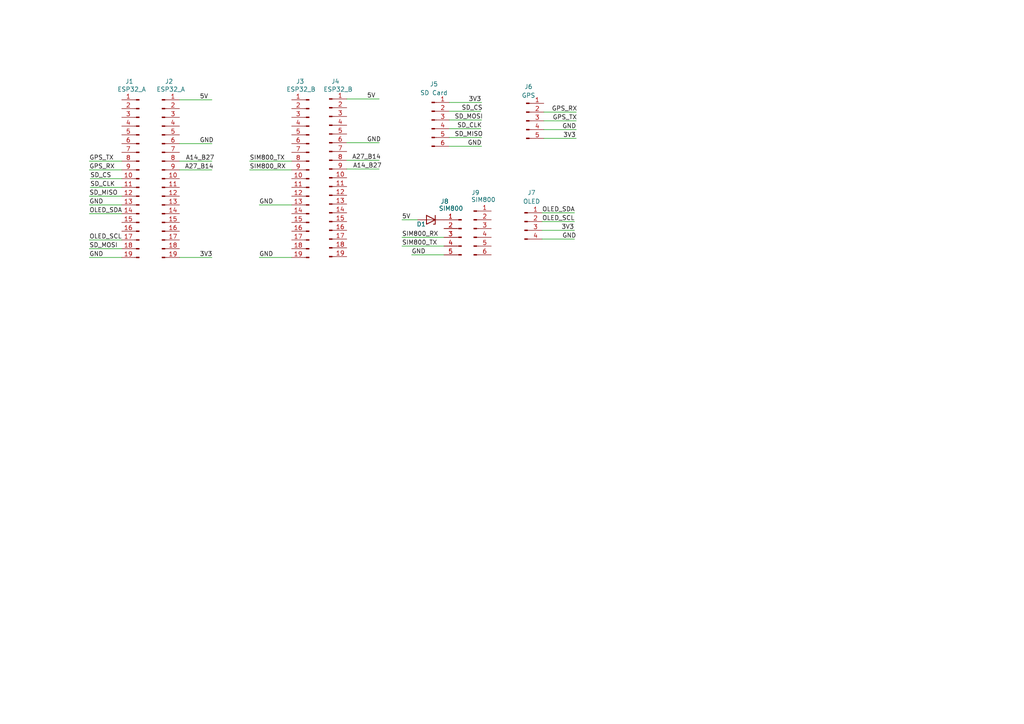
<source format=kicad_sch>
(kicad_sch (version 20211123) (generator eeschema)

  (uuid 1366aedb-5e96-4934-b321-42dfdcd3c9df)

  (paper "A4")

  (lib_symbols
    (symbol "Connector:Conn_01x04_Male" (pin_names (offset 1.016) hide) (in_bom yes) (on_board yes)
      (property "Reference" "J" (id 0) (at 0 5.08 0)
        (effects (font (size 1.27 1.27)))
      )
      (property "Value" "Conn_01x04_Male" (id 1) (at 0 -7.62 0)
        (effects (font (size 1.27 1.27)))
      )
      (property "Footprint" "" (id 2) (at 0 0 0)
        (effects (font (size 1.27 1.27)) hide)
      )
      (property "Datasheet" "~" (id 3) (at 0 0 0)
        (effects (font (size 1.27 1.27)) hide)
      )
      (property "ki_keywords" "connector" (id 4) (at 0 0 0)
        (effects (font (size 1.27 1.27)) hide)
      )
      (property "ki_description" "Generic connector, single row, 01x04, script generated (kicad-library-utils/schlib/autogen/connector/)" (id 5) (at 0 0 0)
        (effects (font (size 1.27 1.27)) hide)
      )
      (property "ki_fp_filters" "Connector*:*_1x??_*" (id 6) (at 0 0 0)
        (effects (font (size 1.27 1.27)) hide)
      )
      (symbol "Conn_01x04_Male_1_1"
        (polyline
          (pts
            (xy 1.27 -5.08)
            (xy 0.8636 -5.08)
          )
          (stroke (width 0.1524) (type default) (color 0 0 0 0))
          (fill (type none))
        )
        (polyline
          (pts
            (xy 1.27 -2.54)
            (xy 0.8636 -2.54)
          )
          (stroke (width 0.1524) (type default) (color 0 0 0 0))
          (fill (type none))
        )
        (polyline
          (pts
            (xy 1.27 0)
            (xy 0.8636 0)
          )
          (stroke (width 0.1524) (type default) (color 0 0 0 0))
          (fill (type none))
        )
        (polyline
          (pts
            (xy 1.27 2.54)
            (xy 0.8636 2.54)
          )
          (stroke (width 0.1524) (type default) (color 0 0 0 0))
          (fill (type none))
        )
        (rectangle (start 0.8636 -4.953) (end 0 -5.207)
          (stroke (width 0.1524) (type default) (color 0 0 0 0))
          (fill (type outline))
        )
        (rectangle (start 0.8636 -2.413) (end 0 -2.667)
          (stroke (width 0.1524) (type default) (color 0 0 0 0))
          (fill (type outline))
        )
        (rectangle (start 0.8636 0.127) (end 0 -0.127)
          (stroke (width 0.1524) (type default) (color 0 0 0 0))
          (fill (type outline))
        )
        (rectangle (start 0.8636 2.667) (end 0 2.413)
          (stroke (width 0.1524) (type default) (color 0 0 0 0))
          (fill (type outline))
        )
        (pin passive line (at 5.08 2.54 180) (length 3.81)
          (name "Pin_1" (effects (font (size 1.27 1.27))))
          (number "1" (effects (font (size 1.27 1.27))))
        )
        (pin passive line (at 5.08 0 180) (length 3.81)
          (name "Pin_2" (effects (font (size 1.27 1.27))))
          (number "2" (effects (font (size 1.27 1.27))))
        )
        (pin passive line (at 5.08 -2.54 180) (length 3.81)
          (name "Pin_3" (effects (font (size 1.27 1.27))))
          (number "3" (effects (font (size 1.27 1.27))))
        )
        (pin passive line (at 5.08 -5.08 180) (length 3.81)
          (name "Pin_4" (effects (font (size 1.27 1.27))))
          (number "4" (effects (font (size 1.27 1.27))))
        )
      )
    )
    (symbol "Connector:Conn_01x05_Male" (pin_names (offset 1.016) hide) (in_bom yes) (on_board yes)
      (property "Reference" "J" (id 0) (at 0 7.62 0)
        (effects (font (size 1.27 1.27)))
      )
      (property "Value" "Conn_01x05_Male" (id 1) (at 0 -7.62 0)
        (effects (font (size 1.27 1.27)))
      )
      (property "Footprint" "" (id 2) (at 0 0 0)
        (effects (font (size 1.27 1.27)) hide)
      )
      (property "Datasheet" "~" (id 3) (at 0 0 0)
        (effects (font (size 1.27 1.27)) hide)
      )
      (property "ki_keywords" "connector" (id 4) (at 0 0 0)
        (effects (font (size 1.27 1.27)) hide)
      )
      (property "ki_description" "Generic connector, single row, 01x05, script generated (kicad-library-utils/schlib/autogen/connector/)" (id 5) (at 0 0 0)
        (effects (font (size 1.27 1.27)) hide)
      )
      (property "ki_fp_filters" "Connector*:*_1x??_*" (id 6) (at 0 0 0)
        (effects (font (size 1.27 1.27)) hide)
      )
      (symbol "Conn_01x05_Male_1_1"
        (polyline
          (pts
            (xy 1.27 -5.08)
            (xy 0.8636 -5.08)
          )
          (stroke (width 0.1524) (type default) (color 0 0 0 0))
          (fill (type none))
        )
        (polyline
          (pts
            (xy 1.27 -2.54)
            (xy 0.8636 -2.54)
          )
          (stroke (width 0.1524) (type default) (color 0 0 0 0))
          (fill (type none))
        )
        (polyline
          (pts
            (xy 1.27 0)
            (xy 0.8636 0)
          )
          (stroke (width 0.1524) (type default) (color 0 0 0 0))
          (fill (type none))
        )
        (polyline
          (pts
            (xy 1.27 2.54)
            (xy 0.8636 2.54)
          )
          (stroke (width 0.1524) (type default) (color 0 0 0 0))
          (fill (type none))
        )
        (polyline
          (pts
            (xy 1.27 5.08)
            (xy 0.8636 5.08)
          )
          (stroke (width 0.1524) (type default) (color 0 0 0 0))
          (fill (type none))
        )
        (rectangle (start 0.8636 -4.953) (end 0 -5.207)
          (stroke (width 0.1524) (type default) (color 0 0 0 0))
          (fill (type outline))
        )
        (rectangle (start 0.8636 -2.413) (end 0 -2.667)
          (stroke (width 0.1524) (type default) (color 0 0 0 0))
          (fill (type outline))
        )
        (rectangle (start 0.8636 0.127) (end 0 -0.127)
          (stroke (width 0.1524) (type default) (color 0 0 0 0))
          (fill (type outline))
        )
        (rectangle (start 0.8636 2.667) (end 0 2.413)
          (stroke (width 0.1524) (type default) (color 0 0 0 0))
          (fill (type outline))
        )
        (rectangle (start 0.8636 5.207) (end 0 4.953)
          (stroke (width 0.1524) (type default) (color 0 0 0 0))
          (fill (type outline))
        )
        (pin passive line (at 5.08 5.08 180) (length 3.81)
          (name "Pin_1" (effects (font (size 1.27 1.27))))
          (number "1" (effects (font (size 1.27 1.27))))
        )
        (pin passive line (at 5.08 2.54 180) (length 3.81)
          (name "Pin_2" (effects (font (size 1.27 1.27))))
          (number "2" (effects (font (size 1.27 1.27))))
        )
        (pin passive line (at 5.08 0 180) (length 3.81)
          (name "Pin_3" (effects (font (size 1.27 1.27))))
          (number "3" (effects (font (size 1.27 1.27))))
        )
        (pin passive line (at 5.08 -2.54 180) (length 3.81)
          (name "Pin_4" (effects (font (size 1.27 1.27))))
          (number "4" (effects (font (size 1.27 1.27))))
        )
        (pin passive line (at 5.08 -5.08 180) (length 3.81)
          (name "Pin_5" (effects (font (size 1.27 1.27))))
          (number "5" (effects (font (size 1.27 1.27))))
        )
      )
    )
    (symbol "Connector:Conn_01x06_Male" (pin_names (offset 1.016) hide) (in_bom yes) (on_board yes)
      (property "Reference" "J" (id 0) (at 0 7.62 0)
        (effects (font (size 1.27 1.27)))
      )
      (property "Value" "Conn_01x06_Male" (id 1) (at 0 -10.16 0)
        (effects (font (size 1.27 1.27)))
      )
      (property "Footprint" "" (id 2) (at 0 0 0)
        (effects (font (size 1.27 1.27)) hide)
      )
      (property "Datasheet" "~" (id 3) (at 0 0 0)
        (effects (font (size 1.27 1.27)) hide)
      )
      (property "ki_keywords" "connector" (id 4) (at 0 0 0)
        (effects (font (size 1.27 1.27)) hide)
      )
      (property "ki_description" "Generic connector, single row, 01x06, script generated (kicad-library-utils/schlib/autogen/connector/)" (id 5) (at 0 0 0)
        (effects (font (size 1.27 1.27)) hide)
      )
      (property "ki_fp_filters" "Connector*:*_1x??_*" (id 6) (at 0 0 0)
        (effects (font (size 1.27 1.27)) hide)
      )
      (symbol "Conn_01x06_Male_1_1"
        (polyline
          (pts
            (xy 1.27 -7.62)
            (xy 0.8636 -7.62)
          )
          (stroke (width 0.1524) (type default) (color 0 0 0 0))
          (fill (type none))
        )
        (polyline
          (pts
            (xy 1.27 -5.08)
            (xy 0.8636 -5.08)
          )
          (stroke (width 0.1524) (type default) (color 0 0 0 0))
          (fill (type none))
        )
        (polyline
          (pts
            (xy 1.27 -2.54)
            (xy 0.8636 -2.54)
          )
          (stroke (width 0.1524) (type default) (color 0 0 0 0))
          (fill (type none))
        )
        (polyline
          (pts
            (xy 1.27 0)
            (xy 0.8636 0)
          )
          (stroke (width 0.1524) (type default) (color 0 0 0 0))
          (fill (type none))
        )
        (polyline
          (pts
            (xy 1.27 2.54)
            (xy 0.8636 2.54)
          )
          (stroke (width 0.1524) (type default) (color 0 0 0 0))
          (fill (type none))
        )
        (polyline
          (pts
            (xy 1.27 5.08)
            (xy 0.8636 5.08)
          )
          (stroke (width 0.1524) (type default) (color 0 0 0 0))
          (fill (type none))
        )
        (rectangle (start 0.8636 -7.493) (end 0 -7.747)
          (stroke (width 0.1524) (type default) (color 0 0 0 0))
          (fill (type outline))
        )
        (rectangle (start 0.8636 -4.953) (end 0 -5.207)
          (stroke (width 0.1524) (type default) (color 0 0 0 0))
          (fill (type outline))
        )
        (rectangle (start 0.8636 -2.413) (end 0 -2.667)
          (stroke (width 0.1524) (type default) (color 0 0 0 0))
          (fill (type outline))
        )
        (rectangle (start 0.8636 0.127) (end 0 -0.127)
          (stroke (width 0.1524) (type default) (color 0 0 0 0))
          (fill (type outline))
        )
        (rectangle (start 0.8636 2.667) (end 0 2.413)
          (stroke (width 0.1524) (type default) (color 0 0 0 0))
          (fill (type outline))
        )
        (rectangle (start 0.8636 5.207) (end 0 4.953)
          (stroke (width 0.1524) (type default) (color 0 0 0 0))
          (fill (type outline))
        )
        (pin passive line (at 5.08 5.08 180) (length 3.81)
          (name "Pin_1" (effects (font (size 1.27 1.27))))
          (number "1" (effects (font (size 1.27 1.27))))
        )
        (pin passive line (at 5.08 2.54 180) (length 3.81)
          (name "Pin_2" (effects (font (size 1.27 1.27))))
          (number "2" (effects (font (size 1.27 1.27))))
        )
        (pin passive line (at 5.08 0 180) (length 3.81)
          (name "Pin_3" (effects (font (size 1.27 1.27))))
          (number "3" (effects (font (size 1.27 1.27))))
        )
        (pin passive line (at 5.08 -2.54 180) (length 3.81)
          (name "Pin_4" (effects (font (size 1.27 1.27))))
          (number "4" (effects (font (size 1.27 1.27))))
        )
        (pin passive line (at 5.08 -5.08 180) (length 3.81)
          (name "Pin_5" (effects (font (size 1.27 1.27))))
          (number "5" (effects (font (size 1.27 1.27))))
        )
        (pin passive line (at 5.08 -7.62 180) (length 3.81)
          (name "Pin_6" (effects (font (size 1.27 1.27))))
          (number "6" (effects (font (size 1.27 1.27))))
        )
      )
    )
    (symbol "Connector:Conn_01x19_Male" (pin_names (offset 1.016) hide) (in_bom yes) (on_board yes)
      (property "Reference" "J" (id 0) (at 0 25.4 0)
        (effects (font (size 1.27 1.27)))
      )
      (property "Value" "Conn_01x19_Male" (id 1) (at 0 -25.4 0)
        (effects (font (size 1.27 1.27)))
      )
      (property "Footprint" "" (id 2) (at 0 0 0)
        (effects (font (size 1.27 1.27)) hide)
      )
      (property "Datasheet" "~" (id 3) (at 0 0 0)
        (effects (font (size 1.27 1.27)) hide)
      )
      (property "ki_keywords" "connector" (id 4) (at 0 0 0)
        (effects (font (size 1.27 1.27)) hide)
      )
      (property "ki_description" "Generic connector, single row, 01x19, script generated (kicad-library-utils/schlib/autogen/connector/)" (id 5) (at 0 0 0)
        (effects (font (size 1.27 1.27)) hide)
      )
      (property "ki_fp_filters" "Connector*:*_1x??_*" (id 6) (at 0 0 0)
        (effects (font (size 1.27 1.27)) hide)
      )
      (symbol "Conn_01x19_Male_1_1"
        (polyline
          (pts
            (xy 1.27 -22.86)
            (xy 0.8636 -22.86)
          )
          (stroke (width 0.1524) (type default) (color 0 0 0 0))
          (fill (type none))
        )
        (polyline
          (pts
            (xy 1.27 -20.32)
            (xy 0.8636 -20.32)
          )
          (stroke (width 0.1524) (type default) (color 0 0 0 0))
          (fill (type none))
        )
        (polyline
          (pts
            (xy 1.27 -17.78)
            (xy 0.8636 -17.78)
          )
          (stroke (width 0.1524) (type default) (color 0 0 0 0))
          (fill (type none))
        )
        (polyline
          (pts
            (xy 1.27 -15.24)
            (xy 0.8636 -15.24)
          )
          (stroke (width 0.1524) (type default) (color 0 0 0 0))
          (fill (type none))
        )
        (polyline
          (pts
            (xy 1.27 -12.7)
            (xy 0.8636 -12.7)
          )
          (stroke (width 0.1524) (type default) (color 0 0 0 0))
          (fill (type none))
        )
        (polyline
          (pts
            (xy 1.27 -10.16)
            (xy 0.8636 -10.16)
          )
          (stroke (width 0.1524) (type default) (color 0 0 0 0))
          (fill (type none))
        )
        (polyline
          (pts
            (xy 1.27 -7.62)
            (xy 0.8636 -7.62)
          )
          (stroke (width 0.1524) (type default) (color 0 0 0 0))
          (fill (type none))
        )
        (polyline
          (pts
            (xy 1.27 -5.08)
            (xy 0.8636 -5.08)
          )
          (stroke (width 0.1524) (type default) (color 0 0 0 0))
          (fill (type none))
        )
        (polyline
          (pts
            (xy 1.27 -2.54)
            (xy 0.8636 -2.54)
          )
          (stroke (width 0.1524) (type default) (color 0 0 0 0))
          (fill (type none))
        )
        (polyline
          (pts
            (xy 1.27 0)
            (xy 0.8636 0)
          )
          (stroke (width 0.1524) (type default) (color 0 0 0 0))
          (fill (type none))
        )
        (polyline
          (pts
            (xy 1.27 2.54)
            (xy 0.8636 2.54)
          )
          (stroke (width 0.1524) (type default) (color 0 0 0 0))
          (fill (type none))
        )
        (polyline
          (pts
            (xy 1.27 5.08)
            (xy 0.8636 5.08)
          )
          (stroke (width 0.1524) (type default) (color 0 0 0 0))
          (fill (type none))
        )
        (polyline
          (pts
            (xy 1.27 7.62)
            (xy 0.8636 7.62)
          )
          (stroke (width 0.1524) (type default) (color 0 0 0 0))
          (fill (type none))
        )
        (polyline
          (pts
            (xy 1.27 10.16)
            (xy 0.8636 10.16)
          )
          (stroke (width 0.1524) (type default) (color 0 0 0 0))
          (fill (type none))
        )
        (polyline
          (pts
            (xy 1.27 12.7)
            (xy 0.8636 12.7)
          )
          (stroke (width 0.1524) (type default) (color 0 0 0 0))
          (fill (type none))
        )
        (polyline
          (pts
            (xy 1.27 15.24)
            (xy 0.8636 15.24)
          )
          (stroke (width 0.1524) (type default) (color 0 0 0 0))
          (fill (type none))
        )
        (polyline
          (pts
            (xy 1.27 17.78)
            (xy 0.8636 17.78)
          )
          (stroke (width 0.1524) (type default) (color 0 0 0 0))
          (fill (type none))
        )
        (polyline
          (pts
            (xy 1.27 20.32)
            (xy 0.8636 20.32)
          )
          (stroke (width 0.1524) (type default) (color 0 0 0 0))
          (fill (type none))
        )
        (polyline
          (pts
            (xy 1.27 22.86)
            (xy 0.8636 22.86)
          )
          (stroke (width 0.1524) (type default) (color 0 0 0 0))
          (fill (type none))
        )
        (rectangle (start 0.8636 -22.733) (end 0 -22.987)
          (stroke (width 0.1524) (type default) (color 0 0 0 0))
          (fill (type outline))
        )
        (rectangle (start 0.8636 -20.193) (end 0 -20.447)
          (stroke (width 0.1524) (type default) (color 0 0 0 0))
          (fill (type outline))
        )
        (rectangle (start 0.8636 -17.653) (end 0 -17.907)
          (stroke (width 0.1524) (type default) (color 0 0 0 0))
          (fill (type outline))
        )
        (rectangle (start 0.8636 -15.113) (end 0 -15.367)
          (stroke (width 0.1524) (type default) (color 0 0 0 0))
          (fill (type outline))
        )
        (rectangle (start 0.8636 -12.573) (end 0 -12.827)
          (stroke (width 0.1524) (type default) (color 0 0 0 0))
          (fill (type outline))
        )
        (rectangle (start 0.8636 -10.033) (end 0 -10.287)
          (stroke (width 0.1524) (type default) (color 0 0 0 0))
          (fill (type outline))
        )
        (rectangle (start 0.8636 -7.493) (end 0 -7.747)
          (stroke (width 0.1524) (type default) (color 0 0 0 0))
          (fill (type outline))
        )
        (rectangle (start 0.8636 -4.953) (end 0 -5.207)
          (stroke (width 0.1524) (type default) (color 0 0 0 0))
          (fill (type outline))
        )
        (rectangle (start 0.8636 -2.413) (end 0 -2.667)
          (stroke (width 0.1524) (type default) (color 0 0 0 0))
          (fill (type outline))
        )
        (rectangle (start 0.8636 0.127) (end 0 -0.127)
          (stroke (width 0.1524) (type default) (color 0 0 0 0))
          (fill (type outline))
        )
        (rectangle (start 0.8636 2.667) (end 0 2.413)
          (stroke (width 0.1524) (type default) (color 0 0 0 0))
          (fill (type outline))
        )
        (rectangle (start 0.8636 5.207) (end 0 4.953)
          (stroke (width 0.1524) (type default) (color 0 0 0 0))
          (fill (type outline))
        )
        (rectangle (start 0.8636 7.747) (end 0 7.493)
          (stroke (width 0.1524) (type default) (color 0 0 0 0))
          (fill (type outline))
        )
        (rectangle (start 0.8636 10.287) (end 0 10.033)
          (stroke (width 0.1524) (type default) (color 0 0 0 0))
          (fill (type outline))
        )
        (rectangle (start 0.8636 12.827) (end 0 12.573)
          (stroke (width 0.1524) (type default) (color 0 0 0 0))
          (fill (type outline))
        )
        (rectangle (start 0.8636 15.367) (end 0 15.113)
          (stroke (width 0.1524) (type default) (color 0 0 0 0))
          (fill (type outline))
        )
        (rectangle (start 0.8636 17.907) (end 0 17.653)
          (stroke (width 0.1524) (type default) (color 0 0 0 0))
          (fill (type outline))
        )
        (rectangle (start 0.8636 20.447) (end 0 20.193)
          (stroke (width 0.1524) (type default) (color 0 0 0 0))
          (fill (type outline))
        )
        (rectangle (start 0.8636 22.987) (end 0 22.733)
          (stroke (width 0.1524) (type default) (color 0 0 0 0))
          (fill (type outline))
        )
        (pin passive line (at 5.08 22.86 180) (length 3.81)
          (name "Pin_1" (effects (font (size 1.27 1.27))))
          (number "1" (effects (font (size 1.27 1.27))))
        )
        (pin passive line (at 5.08 0 180) (length 3.81)
          (name "Pin_10" (effects (font (size 1.27 1.27))))
          (number "10" (effects (font (size 1.27 1.27))))
        )
        (pin passive line (at 5.08 -2.54 180) (length 3.81)
          (name "Pin_11" (effects (font (size 1.27 1.27))))
          (number "11" (effects (font (size 1.27 1.27))))
        )
        (pin passive line (at 5.08 -5.08 180) (length 3.81)
          (name "Pin_12" (effects (font (size 1.27 1.27))))
          (number "12" (effects (font (size 1.27 1.27))))
        )
        (pin passive line (at 5.08 -7.62 180) (length 3.81)
          (name "Pin_13" (effects (font (size 1.27 1.27))))
          (number "13" (effects (font (size 1.27 1.27))))
        )
        (pin passive line (at 5.08 -10.16 180) (length 3.81)
          (name "Pin_14" (effects (font (size 1.27 1.27))))
          (number "14" (effects (font (size 1.27 1.27))))
        )
        (pin passive line (at 5.08 -12.7 180) (length 3.81)
          (name "Pin_15" (effects (font (size 1.27 1.27))))
          (number "15" (effects (font (size 1.27 1.27))))
        )
        (pin passive line (at 5.08 -15.24 180) (length 3.81)
          (name "Pin_16" (effects (font (size 1.27 1.27))))
          (number "16" (effects (font (size 1.27 1.27))))
        )
        (pin passive line (at 5.08 -17.78 180) (length 3.81)
          (name "Pin_17" (effects (font (size 1.27 1.27))))
          (number "17" (effects (font (size 1.27 1.27))))
        )
        (pin passive line (at 5.08 -20.32 180) (length 3.81)
          (name "Pin_18" (effects (font (size 1.27 1.27))))
          (number "18" (effects (font (size 1.27 1.27))))
        )
        (pin passive line (at 5.08 -22.86 180) (length 3.81)
          (name "Pin_19" (effects (font (size 1.27 1.27))))
          (number "19" (effects (font (size 1.27 1.27))))
        )
        (pin passive line (at 5.08 20.32 180) (length 3.81)
          (name "Pin_2" (effects (font (size 1.27 1.27))))
          (number "2" (effects (font (size 1.27 1.27))))
        )
        (pin passive line (at 5.08 17.78 180) (length 3.81)
          (name "Pin_3" (effects (font (size 1.27 1.27))))
          (number "3" (effects (font (size 1.27 1.27))))
        )
        (pin passive line (at 5.08 15.24 180) (length 3.81)
          (name "Pin_4" (effects (font (size 1.27 1.27))))
          (number "4" (effects (font (size 1.27 1.27))))
        )
        (pin passive line (at 5.08 12.7 180) (length 3.81)
          (name "Pin_5" (effects (font (size 1.27 1.27))))
          (number "5" (effects (font (size 1.27 1.27))))
        )
        (pin passive line (at 5.08 10.16 180) (length 3.81)
          (name "Pin_6" (effects (font (size 1.27 1.27))))
          (number "6" (effects (font (size 1.27 1.27))))
        )
        (pin passive line (at 5.08 7.62 180) (length 3.81)
          (name "Pin_7" (effects (font (size 1.27 1.27))))
          (number "7" (effects (font (size 1.27 1.27))))
        )
        (pin passive line (at 5.08 5.08 180) (length 3.81)
          (name "Pin_8" (effects (font (size 1.27 1.27))))
          (number "8" (effects (font (size 1.27 1.27))))
        )
        (pin passive line (at 5.08 2.54 180) (length 3.81)
          (name "Pin_9" (effects (font (size 1.27 1.27))))
          (number "9" (effects (font (size 1.27 1.27))))
        )
      )
    )
    (symbol "Device:D_Zener" (pin_numbers hide) (pin_names (offset 1.016) hide) (in_bom yes) (on_board yes)
      (property "Reference" "D" (id 0) (at 0 2.54 0)
        (effects (font (size 1.27 1.27)))
      )
      (property "Value" "D_Zener" (id 1) (at 0 -2.54 0)
        (effects (font (size 1.27 1.27)))
      )
      (property "Footprint" "" (id 2) (at 0 0 0)
        (effects (font (size 1.27 1.27)) hide)
      )
      (property "Datasheet" "~" (id 3) (at 0 0 0)
        (effects (font (size 1.27 1.27)) hide)
      )
      (property "ki_keywords" "diode" (id 4) (at 0 0 0)
        (effects (font (size 1.27 1.27)) hide)
      )
      (property "ki_description" "Zener diode" (id 5) (at 0 0 0)
        (effects (font (size 1.27 1.27)) hide)
      )
      (property "ki_fp_filters" "TO-???* *_Diode_* *SingleDiode* D_*" (id 6) (at 0 0 0)
        (effects (font (size 1.27 1.27)) hide)
      )
      (symbol "D_Zener_0_1"
        (polyline
          (pts
            (xy 1.27 0)
            (xy -1.27 0)
          )
          (stroke (width 0) (type default) (color 0 0 0 0))
          (fill (type none))
        )
        (polyline
          (pts
            (xy -1.27 -1.27)
            (xy -1.27 1.27)
            (xy -0.762 1.27)
          )
          (stroke (width 0.254) (type default) (color 0 0 0 0))
          (fill (type none))
        )
        (polyline
          (pts
            (xy 1.27 -1.27)
            (xy 1.27 1.27)
            (xy -1.27 0)
            (xy 1.27 -1.27)
          )
          (stroke (width 0.254) (type default) (color 0 0 0 0))
          (fill (type none))
        )
      )
      (symbol "D_Zener_1_1"
        (pin passive line (at -3.81 0 0) (length 2.54)
          (name "K" (effects (font (size 1.27 1.27))))
          (number "1" (effects (font (size 1.27 1.27))))
        )
        (pin passive line (at 3.81 0 180) (length 2.54)
          (name "A" (effects (font (size 1.27 1.27))))
          (number "2" (effects (font (size 1.27 1.27))))
        )
      )
    )
  )


  (wire (pts (xy 130.302 42.418) (xy 139.7 42.418))
    (stroke (width 0) (type default) (color 0 0 0 0))
    (uuid 0083dac5-1700-4f89-9e94-c3874b2a99e7)
  )
  (wire (pts (xy 52.07 28.956) (xy 61.468 28.956))
    (stroke (width 0) (type default) (color 0 0 0 0))
    (uuid 04b90711-77d6-4c50-bed0-2e7a4501ea92)
  )
  (wire (pts (xy 130.302 39.878) (xy 139.7 39.878))
    (stroke (width 0) (type default) (color 0 0 0 0))
    (uuid 0c6c657f-14b4-4b7e-a20f-7e8e9a44231a)
  )
  (wire (pts (xy 100.584 41.402) (xy 109.982 41.402))
    (stroke (width 0) (type default) (color 0 0 0 0))
    (uuid 1890ad50-0032-42a6-86f8-13e2a09d5edd)
  )
  (wire (pts (xy 25.908 46.736) (xy 35.306 46.736))
    (stroke (width 0) (type default) (color 0 0 0 0))
    (uuid 1bca22fd-9336-49d0-bc5d-86585858cd58)
  )
  (wire (pts (xy 26.162 54.356) (xy 35.306 54.356))
    (stroke (width 0) (type default) (color 0 0 0 0))
    (uuid 28dc50bb-0fe4-4510-9472-6fa5f857c5d9)
  )
  (wire (pts (xy 25.908 61.976) (xy 35.306 61.976))
    (stroke (width 0) (type default) (color 0 0 0 0))
    (uuid 30c113fc-8f2c-4418-80d1-8696f4b4e13c)
  )
  (wire (pts (xy 25.908 72.136) (xy 35.306 72.136))
    (stroke (width 0) (type default) (color 0 0 0 0))
    (uuid 43d0837a-b6cd-4fc5-b925-a3d2d0397aec)
  )
  (wire (pts (xy 25.908 59.436) (xy 35.306 59.436))
    (stroke (width 0) (type default) (color 0 0 0 0))
    (uuid 4d6fd55d-cad8-440c-bc3a-d376833f6b4e)
  )
  (wire (pts (xy 157.734 32.512) (xy 167.132 32.512))
    (stroke (width 0) (type default) (color 0 0 0 0))
    (uuid 4fc71e51-84f2-4237-b0de-2a9eb3fd50e4)
  )
  (wire (pts (xy 52.07 41.656) (xy 61.468 41.656))
    (stroke (width 0) (type default) (color 0 0 0 0))
    (uuid 5c702474-0434-4491-a0c1-c5503bfed615)
  )
  (wire (pts (xy 100.584 28.702) (xy 109.982 28.702))
    (stroke (width 0) (type default) (color 0 0 0 0))
    (uuid 6df358e3-efcb-42d4-99f5-3a58140af296)
  )
  (wire (pts (xy 100.584 46.482) (xy 109.982 46.482))
    (stroke (width 0) (type default) (color 0 0 0 0))
    (uuid 6f173382-9296-4bae-8e6d-5b568bae3162)
  )
  (wire (pts (xy 25.908 69.596) (xy 35.306 69.596))
    (stroke (width 0) (type default) (color 0 0 0 0))
    (uuid 8075de38-1042-4236-963f-da9b86c3c5bf)
  )
  (wire (pts (xy 72.39 46.736) (xy 84.582 46.736))
    (stroke (width 0) (type default) (color 0 0 0 0))
    (uuid 8260ee78-8ce3-48db-9ecc-e0893c59a656)
  )
  (wire (pts (xy 116.586 68.834) (xy 128.778 68.834))
    (stroke (width 0) (type default) (color 0 0 0 0))
    (uuid 8c36cc0c-455d-4c13-902b-9b472fd5c246)
  )
  (wire (pts (xy 116.586 63.754) (xy 121.158 63.754))
    (stroke (width 0) (type default) (color 0 0 0 0))
    (uuid 8f130954-4723-4179-bd9a-5f78b690a719)
  )
  (wire (pts (xy 157.226 64.262) (xy 166.624 64.262))
    (stroke (width 0) (type default) (color 0 0 0 0))
    (uuid 8fe0a911-eb50-494c-b05f-c679604b2457)
  )
  (wire (pts (xy 25.908 56.896) (xy 35.306 56.896))
    (stroke (width 0) (type default) (color 0 0 0 0))
    (uuid 92f2e939-469e-41be-bb47-890c4f9ce5c8)
  )
  (wire (pts (xy 26.162 51.816) (xy 35.306 51.816))
    (stroke (width 0) (type default) (color 0 0 0 0))
    (uuid 96625fa5-27eb-4f0a-8842-54130cd8571b)
  )
  (wire (pts (xy 130.302 32.258) (xy 139.446 32.258))
    (stroke (width 0) (type default) (color 0 0 0 0))
    (uuid 9b9450ea-800c-440f-8756-768e62f29462)
  )
  (wire (pts (xy 157.226 61.722) (xy 166.624 61.722))
    (stroke (width 0) (type default) (color 0 0 0 0))
    (uuid a3da03b2-be65-4f51-a416-d80302aaa17e)
  )
  (wire (pts (xy 157.734 40.132) (xy 167.132 40.132))
    (stroke (width 0) (type default) (color 0 0 0 0))
    (uuid a996bb99-fdab-44fe-afff-63d06e1a3c11)
  )
  (wire (pts (xy 75.184 74.676) (xy 84.582 74.676))
    (stroke (width 0) (type default) (color 0 0 0 0))
    (uuid abd10464-d6db-4107-920a-b70416fd347d)
  )
  (wire (pts (xy 25.908 74.676) (xy 35.306 74.676))
    (stroke (width 0) (type default) (color 0 0 0 0))
    (uuid b143d55f-4a2a-40bd-b268-439df992acce)
  )
  (wire (pts (xy 157.226 66.802) (xy 166.624 66.802))
    (stroke (width 0) (type default) (color 0 0 0 0))
    (uuid b9b6d48b-007c-4880-9325-45d612309f96)
  )
  (wire (pts (xy 116.586 71.374) (xy 128.778 71.374))
    (stroke (width 0) (type default) (color 0 0 0 0))
    (uuid c5e9ed9d-9741-4e67-adae-c690b983a11d)
  )
  (wire (pts (xy 100.584 49.022) (xy 109.982 49.022))
    (stroke (width 0) (type default) (color 0 0 0 0))
    (uuid c62a1749-d672-41ed-9a85-4bd38441af30)
  )
  (wire (pts (xy 52.07 46.736) (xy 61.468 46.736))
    (stroke (width 0) (type default) (color 0 0 0 0))
    (uuid c8db10fd-3c4b-4317-ad0a-a7f2a4465fcf)
  )
  (wire (pts (xy 52.07 74.676) (xy 61.468 74.676))
    (stroke (width 0) (type default) (color 0 0 0 0))
    (uuid cf1592a7-159b-4db4-9174-431c38a8630a)
  )
  (wire (pts (xy 52.07 49.276) (xy 61.468 49.276))
    (stroke (width 0) (type default) (color 0 0 0 0))
    (uuid d94002c4-2c5c-461a-8923-2c621960aead)
  )
  (wire (pts (xy 130.302 37.338) (xy 139.446 37.338))
    (stroke (width 0) (type default) (color 0 0 0 0))
    (uuid df910e29-f13b-47ea-887e-2b7db4f2ff29)
  )
  (wire (pts (xy 25.908 49.276) (xy 35.306 49.276))
    (stroke (width 0) (type default) (color 0 0 0 0))
    (uuid e4a66cbe-d7a7-4867-97aa-c0825161d4d5)
  )
  (wire (pts (xy 157.734 35.052) (xy 167.132 35.052))
    (stroke (width 0) (type default) (color 0 0 0 0))
    (uuid e83b37ab-11cd-40a3-8073-9b38c5086597)
  )
  (wire (pts (xy 130.302 29.718) (xy 139.7 29.718))
    (stroke (width 0) (type default) (color 0 0 0 0))
    (uuid eaf723e6-2d25-43fb-ae57-60af6e86aa70)
  )
  (wire (pts (xy 130.302 34.798) (xy 139.7 34.798))
    (stroke (width 0) (type default) (color 0 0 0 0))
    (uuid f1fa12c7-e757-4c08-8c6e-6585e0962109)
  )
  (wire (pts (xy 119.38 73.914) (xy 128.778 73.914))
    (stroke (width 0) (type default) (color 0 0 0 0))
    (uuid f20bfa38-4fb0-44d3-91b7-4b5d67615dd5)
  )
  (wire (pts (xy 157.734 37.592) (xy 167.132 37.592))
    (stroke (width 0) (type default) (color 0 0 0 0))
    (uuid f2dbab38-9217-4c88-956b-9f385eada710)
  )
  (wire (pts (xy 157.226 69.342) (xy 166.624 69.342))
    (stroke (width 0) (type default) (color 0 0 0 0))
    (uuid f4550d23-16ad-4a30-87be-5ed8847c9845)
  )
  (wire (pts (xy 75.184 59.436) (xy 84.582 59.436))
    (stroke (width 0) (type default) (color 0 0 0 0))
    (uuid f58441c4-40ea-47f6-9737-a6946cdf4c86)
  )
  (wire (pts (xy 72.39 49.276) (xy 84.582 49.276))
    (stroke (width 0) (type default) (color 0 0 0 0))
    (uuid fab4373a-582e-4b11-884b-b84b3bdccf43)
  )

  (label "SD_CS" (at 26.162 51.816 0)
    (effects (font (size 1.27 1.27)) (justify left bottom))
    (uuid 05f15a78-cc15-4202-a919-593255495e26)
  )
  (label "GND" (at 135.636 42.418 0)
    (effects (font (size 1.27 1.27)) (justify left bottom))
    (uuid 0e29aad9-83d8-4040-b0d1-5f9e2922fcd5)
  )
  (label "5V" (at 57.912 28.956 0)
    (effects (font (size 1.27 1.27)) (justify left bottom))
    (uuid 0e59d175-7360-4da6-8c98-d33c693a3920)
  )
  (label "GPS_TX" (at 25.908 46.736 0)
    (effects (font (size 1.27 1.27)) (justify left bottom))
    (uuid 14268b7a-3ecb-40c3-818c-c7858c39eceb)
  )
  (label "OLED_SCL" (at 25.908 69.596 0)
    (effects (font (size 1.27 1.27)) (justify left bottom))
    (uuid 153009fa-e7e7-4066-9dd5-ac5660cb4e32)
  )
  (label "GND" (at 119.38 73.914 0)
    (effects (font (size 1.27 1.27)) (justify left bottom))
    (uuid 1c4bfd96-204f-4903-bf84-8cdf89cd4c72)
  )
  (label "GND" (at 75.184 74.676 0)
    (effects (font (size 1.27 1.27)) (justify left bottom))
    (uuid 1cc6afe8-1057-4618-97bb-780c30d22517)
  )
  (label "5V" (at 116.586 63.754 0)
    (effects (font (size 1.27 1.27)) (justify left bottom))
    (uuid 2068d015-6714-4f03-b0b5-a66171b86365)
  )
  (label "GPS_RX" (at 160.02 32.512 0)
    (effects (font (size 1.27 1.27)) (justify left bottom))
    (uuid 23a68f44-a64e-4559-8129-c163fd152555)
  )
  (label "OLED_SCL" (at 157.226 64.262 0)
    (effects (font (size 1.27 1.27)) (justify left bottom))
    (uuid 2cfce58f-39f3-4f85-a1fb-575eb0d6c208)
  )
  (label "GND" (at 106.426 41.402 0)
    (effects (font (size 1.27 1.27)) (justify left bottom))
    (uuid 2e58c873-dd9c-43c0-9885-d355c263d36f)
  )
  (label "GND" (at 25.908 59.436 0)
    (effects (font (size 1.27 1.27)) (justify left bottom))
    (uuid 2eda6628-1ee4-4566-87a9-1b65e290e544)
  )
  (label "A14_B27" (at 53.848 46.736 0)
    (effects (font (size 1.27 1.27)) (justify left bottom))
    (uuid 39f90b04-e8e5-46cf-8f75-beec3a7b07ba)
  )
  (label "SD_MISO" (at 131.826 39.878 0)
    (effects (font (size 1.27 1.27)) (justify left bottom))
    (uuid 423e3702-356a-4f9d-8bde-b9140f0a423e)
  )
  (label "A27_B14" (at 53.594 49.276 0)
    (effects (font (size 1.27 1.27)) (justify left bottom))
    (uuid 4b4f4d9f-56c2-4994-b96c-4deef8f1c6c3)
  )
  (label "3V3" (at 163.322 40.132 0)
    (effects (font (size 1.27 1.27)) (justify left bottom))
    (uuid 562efe67-0d2a-42ea-900c-4d7f70b7773f)
  )
  (label "SD_MISO" (at 25.908 56.896 0)
    (effects (font (size 1.27 1.27)) (justify left bottom))
    (uuid 575a6747-1aa8-4068-85fa-aabcd0165b77)
  )
  (label "SD_CS" (at 133.858 32.258 0)
    (effects (font (size 1.27 1.27)) (justify left bottom))
    (uuid 5b2bf460-bf2f-43df-ac3d-cef14b781284)
  )
  (label "GND" (at 25.908 74.676 0)
    (effects (font (size 1.27 1.27)) (justify left bottom))
    (uuid 5daafa35-db44-4251-836b-03ea0359a895)
  )
  (label "GND" (at 163.068 37.592 0)
    (effects (font (size 1.27 1.27)) (justify left bottom))
    (uuid 601fad30-5320-4f09-a088-0f2ee8b53918)
  )
  (label "SIM800_TX" (at 116.586 71.374 0)
    (effects (font (size 1.27 1.27)) (justify left bottom))
    (uuid 66228faf-9236-4aa7-b5c2-f3ebe1745d02)
  )
  (label "SD_CLK" (at 132.588 37.338 0)
    (effects (font (size 1.27 1.27)) (justify left bottom))
    (uuid 6b6c8b9f-82d4-4844-bc4e-37a0a88e858b)
  )
  (label "SD_MOSI" (at 25.908 72.136 0)
    (effects (font (size 1.27 1.27)) (justify left bottom))
    (uuid 7985954c-b597-4313-8208-481f42d3dffa)
  )
  (label "GPS_RX" (at 25.908 49.276 0)
    (effects (font (size 1.27 1.27)) (justify left bottom))
    (uuid 857d9bb9-b560-451a-b0d0-8970279705e3)
  )
  (label "3V3" (at 57.912 74.676 0)
    (effects (font (size 1.27 1.27)) (justify left bottom))
    (uuid 86c8e886-43f6-43ad-a718-ccf4242c2e7f)
  )
  (label "OLED_SDA" (at 25.908 61.976 0)
    (effects (font (size 1.27 1.27)) (justify left bottom))
    (uuid 990c2039-0f22-4a6a-86e2-b4802f9bbed7)
  )
  (label "5V" (at 106.426 28.702 0)
    (effects (font (size 1.27 1.27)) (justify left bottom))
    (uuid 997118a7-a5ec-4637-af60-5ac295ce9cf0)
  )
  (label "OLED_SDA" (at 157.226 61.722 0)
    (effects (font (size 1.27 1.27)) (justify left bottom))
    (uuid 9f698c55-3b39-47a4-8762-cdaaff8fc89a)
  )
  (label "GND" (at 163.068 69.342 0)
    (effects (font (size 1.27 1.27)) (justify left bottom))
    (uuid a1ef61f1-519f-4d04-ba8f-f9be8845f9df)
  )
  (label "SD_CLK" (at 26.162 54.356 0)
    (effects (font (size 1.27 1.27)) (justify left bottom))
    (uuid a2686954-07dc-43e2-846d-f6efc211ca50)
  )
  (label "A14_B27" (at 102.362 49.022 0)
    (effects (font (size 1.27 1.27)) (justify left bottom))
    (uuid a824bec3-5b75-4298-acbf-21ec8ae330ae)
  )
  (label "SIM800_TX" (at 72.39 46.736 0)
    (effects (font (size 1.27 1.27)) (justify left bottom))
    (uuid b678248b-9760-41ca-87b1-58b2cd0219e7)
  )
  (label "A27_B14" (at 102.108 46.482 0)
    (effects (font (size 1.27 1.27)) (justify left bottom))
    (uuid b92b91ad-57ca-42f7-bf6a-b835b9897cfd)
  )
  (label "GND" (at 75.184 59.436 0)
    (effects (font (size 1.27 1.27)) (justify left bottom))
    (uuid be60fd76-0527-4c91-8e47-5630093f204b)
  )
  (label "3V3" (at 135.89 29.718 0)
    (effects (font (size 1.27 1.27)) (justify left bottom))
    (uuid c2346d18-6cf2-4d69-9631-df3ced1eeec5)
  )
  (label "SIM800_RX" (at 72.39 49.276 0)
    (effects (font (size 1.27 1.27)) (justify left bottom))
    (uuid c2b61113-7eb8-4a8d-be68-7a2fbb5e427e)
  )
  (label "3V3" (at 162.814 66.802 0)
    (effects (font (size 1.27 1.27)) (justify left bottom))
    (uuid c9ea05c4-ebfc-493d-af0a-e0ba8a614961)
  )
  (label "SIM800_RX" (at 116.586 68.834 0)
    (effects (font (size 1.27 1.27)) (justify left bottom))
    (uuid dee41bf7-3f94-438c-b55c-48416a26f734)
  )
  (label "GPS_TX" (at 160.274 35.052 0)
    (effects (font (size 1.27 1.27)) (justify left bottom))
    (uuid e3f6a2ba-3d1f-4c11-a801-5fa70a8b0b74)
  )
  (label "SD_MOSI" (at 131.826 34.798 0)
    (effects (font (size 1.27 1.27)) (justify left bottom))
    (uuid ed439c01-f32a-4705-92bd-27bb7d4d0604)
  )
  (label "GND" (at 57.912 41.656 0)
    (effects (font (size 1.27 1.27)) (justify left bottom))
    (uuid f7d61f38-d5ce-40f4-a5d2-196e8177c08f)
  )

  (symbol (lib_id "Connector:Conn_01x19_Male") (at 40.386 51.816 0) (mirror y) (unit 1)
    (in_bom yes) (on_board yes)
    (uuid 193036be-5ab1-459a-846d-767f2f676351)
    (property "Reference" "J1" (id 0) (at 36.322 23.622 0)
      (effects (font (size 1.27 1.27)) (justify right))
    )
    (property "Value" "ESP32_A" (id 1) (at 34.036 25.908 0)
      (effects (font (size 1.27 1.27)) (justify right))
    )
    (property "Footprint" "Connector_PinHeader_2.54mm:PinHeader_1x19_P2.54mm_Vertical" (id 2) (at 40.386 51.816 0)
      (effects (font (size 1.27 1.27)) hide)
    )
    (property "Datasheet" "~" (id 3) (at 40.386 51.816 0)
      (effects (font (size 1.27 1.27)) hide)
    )
    (pin "1" (uuid 53f16b9c-25e9-41df-ba99-9606dd04086b))
    (pin "10" (uuid 3a07352c-336a-4870-8a9e-304e60a28ff1))
    (pin "11" (uuid 8741bf58-c093-46f0-bb05-ddc10cd78993))
    (pin "12" (uuid 45d558df-033c-4650-9224-2d4e657c8d6a))
    (pin "13" (uuid b78312d9-616b-4145-a7cd-d19f304f772e))
    (pin "14" (uuid 1d861c34-477d-4fd8-b0ec-0e75a9360b73))
    (pin "15" (uuid 041d89dd-5d50-41f4-a00f-f6c14d49a1ec))
    (pin "16" (uuid 0688ad7d-843b-45e2-8f41-1d8c0e6d82f2))
    (pin "17" (uuid 4ccebf42-7747-49ac-aefa-c3fc5cd510e4))
    (pin "18" (uuid 2e9ae6e1-9c4f-4f22-9e40-c77065e63a7b))
    (pin "19" (uuid a7ac419d-6f28-488e-8dcb-c2fb7520e190))
    (pin "2" (uuid 7fe9e361-ff85-4d09-b746-0c890ca930a8))
    (pin "3" (uuid 29aeab73-5b5d-4511-a5a9-276d011cdba5))
    (pin "4" (uuid 7467897c-1af8-4d86-9f68-2111f46d4191))
    (pin "5" (uuid 210bf8d9-ee51-405b-a4bf-85daca5241c8))
    (pin "6" (uuid 1c08a2d3-d42c-49c6-9485-157593f6e974))
    (pin "7" (uuid 1e31f11c-9058-4d8b-a5df-5e391b740ba5))
    (pin "8" (uuid 5e9742d9-7a49-41b4-9d97-3c3caf1b2bd2))
    (pin "9" (uuid 4cb62a45-b4c9-4cd2-84c8-eb806ce6c452))
  )

  (symbol (lib_id "Connector:Conn_01x04_Male") (at 152.146 64.262 0) (unit 1)
    (in_bom yes) (on_board yes)
    (uuid 2ae1f213-af76-4e52-8120-83c53f8e753d)
    (property "Reference" "J7" (id 0) (at 154.178 55.88 0))
    (property "Value" "OLED" (id 1) (at 154.178 58.42 0))
    (property "Footprint" "Connector_PinHeader_2.54mm:PinHeader_1x04_P2.54mm_Vertical" (id 2) (at 152.146 64.262 0)
      (effects (font (size 1.27 1.27)) hide)
    )
    (property "Datasheet" "~" (id 3) (at 152.146 64.262 0)
      (effects (font (size 1.27 1.27)) hide)
    )
    (pin "1" (uuid 07a215d6-6c17-4184-97ab-50dba28c5666))
    (pin "2" (uuid 3b0df170-e96b-4990-a4ff-427d7a077974))
    (pin "3" (uuid f459b6b7-6243-4035-88fe-51c7e251675e))
    (pin "4" (uuid 475d6921-c83b-4b94-adeb-962052e9c8b4))
  )

  (symbol (lib_id "Connector:Conn_01x06_Male") (at 137.414 66.294 0) (unit 1)
    (in_bom yes) (on_board yes)
    (uuid 3ff0e2a0-14ef-4c23-8055-af454dc2e746)
    (property "Reference" "J9" (id 0) (at 137.922 55.88 0))
    (property "Value" "SIM800" (id 1) (at 140.208 57.912 0))
    (property "Footprint" "Connector_PinHeader_2.54mm:PinHeader_1x06_P2.54mm_Vertical" (id 2) (at 137.414 66.294 0)
      (effects (font (size 1.27 1.27)) hide)
    )
    (property "Datasheet" "~" (id 3) (at 137.414 66.294 0)
      (effects (font (size 1.27 1.27)) hide)
    )
    (pin "1" (uuid af2073b8-fd7f-4d0b-b671-cf495a77a414))
    (pin "2" (uuid 4b4eff06-541d-4fe4-a766-a2a22d375c79))
    (pin "3" (uuid b707d4c7-f5e2-4fda-a12d-bce1003bbc35))
    (pin "4" (uuid d32b35f5-fbc6-463f-b853-a4239f3de270))
    (pin "5" (uuid 60c39dcb-fea1-4b5e-91c1-c9c1379e0008))
    (pin "6" (uuid ee597eee-a1cf-464d-b3e1-b55471264ac2))
  )

  (symbol (lib_id "Device:D_Zener") (at 124.968 63.754 180) (unit 1)
    (in_bom yes) (on_board yes)
    (uuid 5e30f4f9-0956-400d-9d5c-7f33c96b6797)
    (property "Reference" "D1" (id 0) (at 122.174 65.024 0))
    (property "Value" "85C" (id 1) (at 124.968 68.072 0)
      (effects (font (size 1.27 1.27)) hide)
    )
    (property "Footprint" "Diode_THT:D_DO-34_SOD68_P7.62mm_Horizontal" (id 2) (at 124.968 63.754 0)
      (effects (font (size 1.27 1.27)) hide)
    )
    (property "Datasheet" "~" (id 3) (at 124.968 63.754 0)
      (effects (font (size 1.27 1.27)) hide)
    )
    (pin "1" (uuid d66cf488-c35a-42d6-97ba-fd85a9141da1))
    (pin "2" (uuid 6683933a-dc5f-4cab-90eb-5908b9a8f00f))
  )

  (symbol (lib_id "Connector:Conn_01x19_Male") (at 95.504 51.562 0) (unit 1)
    (in_bom yes) (on_board yes)
    (uuid 7ec44470-e2f2-479d-819b-211c7e3df25a)
    (property "Reference" "J4" (id 0) (at 97.282 23.622 0))
    (property "Value" "ESP32_B" (id 1) (at 98.044 25.908 0))
    (property "Footprint" "Connector_PinHeader_2.54mm:PinHeader_1x19_P2.54mm_Vertical" (id 2) (at 95.504 51.562 0)
      (effects (font (size 1.27 1.27)) hide)
    )
    (property "Datasheet" "~" (id 3) (at 95.504 51.562 0)
      (effects (font (size 1.27 1.27)) hide)
    )
    (pin "1" (uuid 9799b6d2-c9bc-4497-9874-5f7ffaa957a4))
    (pin "10" (uuid bb7ffb6f-d9ad-40c6-9d5b-eda770bbfbd3))
    (pin "11" (uuid 10753963-c396-451d-a832-c401eca33d8b))
    (pin "12" (uuid 6d3b2752-8414-4d4c-886e-fbcb460ecc48))
    (pin "13" (uuid 869b8017-8fe5-4f17-b714-76d670a89d6f))
    (pin "14" (uuid 2a0ccc4d-a550-42a6-96f2-9bb278c07e28))
    (pin "15" (uuid eb1fd80d-dd07-48e6-bd54-a14eb4c364a7))
    (pin "16" (uuid 69b89bf7-f125-41bf-b853-e3c5638b13fa))
    (pin "17" (uuid 6a8e7b89-f102-42d4-8e13-95c8a5e03074))
    (pin "18" (uuid 26ebe85d-6caf-418e-98e1-8c2d46825e69))
    (pin "19" (uuid 75313e2f-1b0f-4cb6-acbb-7a81f15e2585))
    (pin "2" (uuid d18d9c8c-3202-410b-91c6-9393a5a25f78))
    (pin "3" (uuid 79f77ae7-d8ae-4b23-9560-6f914af60d80))
    (pin "4" (uuid 57a45ed8-fa76-4290-9e1d-85f58b9fe783))
    (pin "5" (uuid 8f514bff-0970-44f0-a1e6-cc52131c81b7))
    (pin "6" (uuid 9d15958a-9503-46e1-90b8-20676fbcd936))
    (pin "7" (uuid 6e8954c3-2b6d-43d7-b7d7-a94b70800a2d))
    (pin "8" (uuid 39545585-4c6e-411f-8e05-0797d145f028))
    (pin "9" (uuid c50468ce-a843-466a-a667-d6ce27eae371))
  )

  (symbol (lib_id "Connector:Conn_01x05_Male") (at 133.858 68.834 0) (mirror y) (unit 1)
    (in_bom yes) (on_board yes)
    (uuid 8014572e-d979-454f-9b95-92df0759bb90)
    (property "Reference" "J8" (id 0) (at 127.762 58.42 0)
      (effects (font (size 1.27 1.27)) (justify right))
    )
    (property "Value" "SIM800" (id 1) (at 127.254 60.452 0)
      (effects (font (size 1.27 1.27)) (justify right))
    )
    (property "Footprint" "Connector_PinHeader_2.54mm:PinHeader_1x05_P2.54mm_Vertical" (id 2) (at 133.858 68.834 0)
      (effects (font (size 1.27 1.27)) hide)
    )
    (property "Datasheet" "~" (id 3) (at 133.858 68.834 0)
      (effects (font (size 1.27 1.27)) hide)
    )
    (pin "1" (uuid d2ee2bf9-5b81-4cd5-b2bb-0c00bab1d993))
    (pin "2" (uuid 0b1cbdd8-876b-46a2-9f10-c5514bf4dcaa))
    (pin "3" (uuid f59fbc82-258b-4757-a898-a2bc9afba6e5))
    (pin "4" (uuid 32e22f57-2d39-479b-9e21-51523cf384da))
    (pin "5" (uuid b99ac3b4-32ed-4943-9169-0a7011d4e1aa))
  )

  (symbol (lib_id "Connector:Conn_01x05_Male") (at 152.654 35.052 0) (unit 1)
    (in_bom yes) (on_board yes) (fields_autoplaced)
    (uuid 8e5c9f28-6832-4b8e-819c-3013e2bdf1fb)
    (property "Reference" "J6" (id 0) (at 153.289 25.146 0))
    (property "Value" "GPS" (id 1) (at 153.289 27.686 0))
    (property "Footprint" "Connector_PinHeader_2.54mm:PinHeader_1x05_P2.54mm_Vertical" (id 2) (at 152.654 35.052 0)
      (effects (font (size 1.27 1.27)) hide)
    )
    (property "Datasheet" "~" (id 3) (at 152.654 35.052 0)
      (effects (font (size 1.27 1.27)) hide)
    )
    (pin "1" (uuid ebbbaa5e-3a0f-4fc8-82b9-1c41db505d1d))
    (pin "2" (uuid f3b965b0-37db-45dd-9214-417f7fb77835))
    (pin "3" (uuid 58f6bab4-551f-4646-867c-8d4f29198032))
    (pin "4" (uuid 983da7f5-cb59-47b5-83e6-fb14f51a7003))
    (pin "5" (uuid 3140ed8c-f72e-4753-b57e-c10b1cd25a21))
  )

  (symbol (lib_id "Connector:Conn_01x19_Male") (at 89.662 51.816 0) (mirror y) (unit 1)
    (in_bom yes) (on_board yes)
    (uuid 94e32ee5-982c-4210-83c4-ccbe07b20b4f)
    (property "Reference" "J3" (id 0) (at 85.852 23.622 0)
      (effects (font (size 1.27 1.27)) (justify right))
    )
    (property "Value" "ESP32_B" (id 1) (at 83.058 25.908 0)
      (effects (font (size 1.27 1.27)) (justify right))
    )
    (property "Footprint" "Connector_PinHeader_2.54mm:PinHeader_1x19_P2.54mm_Vertical" (id 2) (at 89.662 51.816 0)
      (effects (font (size 1.27 1.27)) hide)
    )
    (property "Datasheet" "~" (id 3) (at 89.662 51.816 0)
      (effects (font (size 1.27 1.27)) hide)
    )
    (pin "1" (uuid eb70a09f-1440-4313-91f2-ff13bbe9d304))
    (pin "10" (uuid cdfc2498-10c5-4e12-bf5b-45198cbffabb))
    (pin "11" (uuid 85e9df0a-f0b7-4d0b-b312-57cbf89307b0))
    (pin "12" (uuid ef5f3ff2-6a8c-4612-bdc5-1699e71df523))
    (pin "13" (uuid 4642a3be-42ef-4f14-9b2f-d7d2e54757f0))
    (pin "14" (uuid 7733897c-3385-4098-a617-1d691ee30fb6))
    (pin "15" (uuid 8eea9f90-e47e-41af-a38c-3ee2d883b91b))
    (pin "16" (uuid 24b3cd14-c26c-4ddb-a574-8b35b68858a8))
    (pin "17" (uuid 602acc87-6223-4603-9091-373a52271fb1))
    (pin "18" (uuid 448db533-b469-499c-b3eb-a3a5e38ace01))
    (pin "19" (uuid cb59e986-b93a-4b36-977c-10dcf7e0fa8d))
    (pin "2" (uuid d9840a03-357f-4e67-9067-413cd4873596))
    (pin "3" (uuid 83a70c9c-1ed0-4f3e-86a2-dffddd052488))
    (pin "4" (uuid 99d82a03-83e4-41c8-b423-d0d5789d4972))
    (pin "5" (uuid 63e3f37d-6dd5-4fc6-b82f-407ce7568085))
    (pin "6" (uuid 387782f2-713a-4483-8f83-8a8b52fd26a6))
    (pin "7" (uuid b69cfeda-ec3a-4d76-85a0-95b9a4b7c461))
    (pin "8" (uuid 6f06452e-cd27-4e9a-a348-0c8d055b2cda))
    (pin "9" (uuid ed88ed60-5d78-483a-b2d0-381c5e684a8a))
  )

  (symbol (lib_id "Connector:Conn_01x19_Male") (at 46.99 51.816 0) (unit 1)
    (in_bom yes) (on_board yes)
    (uuid 99c6835e-c8d7-4d55-aff6-f01be69cbcb1)
    (property "Reference" "J2" (id 0) (at 49.022 23.622 0))
    (property "Value" "ESP32_A" (id 1) (at 49.53 25.908 0))
    (property "Footprint" "Connector_PinHeader_2.54mm:PinHeader_1x19_P2.54mm_Vertical" (id 2) (at 46.99 51.816 0)
      (effects (font (size 1.27 1.27)) hide)
    )
    (property "Datasheet" "~" (id 3) (at 46.99 51.816 0)
      (effects (font (size 1.27 1.27)) hide)
    )
    (pin "1" (uuid f21f2ab1-573a-4608-95d8-02d62e39830a))
    (pin "10" (uuid b8d84574-f380-45f8-ba7e-32e370a6823c))
    (pin "11" (uuid fecacd9f-8564-40f5-a9e8-f0db3f1b6000))
    (pin "12" (uuid 2e674e8a-989d-4330-bead-003a1dc7bf59))
    (pin "13" (uuid 2e015fec-e7fd-41ae-850f-0729a046aad9))
    (pin "14" (uuid 12543919-1bd4-4602-8c33-69c8ca8149fe))
    (pin "15" (uuid 2101c64c-7d53-451a-b9ec-aa74ec3405ea))
    (pin "16" (uuid 789c3b93-8644-4538-af0f-6a9c765ff8a8))
    (pin "17" (uuid f82a9ebd-38c2-4329-bcea-39c08011b0f0))
    (pin "18" (uuid 6f147c4d-1da0-4d17-88a6-21bffb7bf54d))
    (pin "19" (uuid 350d7203-bef4-42d3-84b7-61520c44feb7))
    (pin "2" (uuid 80516ed4-3596-4fbf-867c-42fec3999d30))
    (pin "3" (uuid 4842ca72-5319-4d58-98b7-f9ac5cece726))
    (pin "4" (uuid ab94ca1f-d216-427c-8e5b-87e8bc198c58))
    (pin "5" (uuid fd608cd5-8793-4109-9904-395602d50d2c))
    (pin "6" (uuid 262f7553-e19a-4cdd-bf65-3f864bfe7955))
    (pin "7" (uuid 556c57a1-fd6d-4688-8447-a8f4661c61d2))
    (pin "8" (uuid 961293bb-4256-4631-a4f0-f83caf1a4059))
    (pin "9" (uuid 111f4448-0e8c-4c21-afcf-1d148b805ba3))
  )

  (symbol (lib_id "Connector:Conn_01x06_Male") (at 125.222 34.798 0) (unit 1)
    (in_bom yes) (on_board yes) (fields_autoplaced)
    (uuid dfead3b8-6f5b-4de8-9058-ae967155da0f)
    (property "Reference" "J5" (id 0) (at 125.857 24.384 0))
    (property "Value" "SD Card" (id 1) (at 125.857 26.924 0))
    (property "Footprint" "Connector_PinHeader_2.54mm:PinHeader_1x06_P2.54mm_Vertical" (id 2) (at 125.222 34.798 0)
      (effects (font (size 1.27 1.27)) hide)
    )
    (property "Datasheet" "~" (id 3) (at 125.222 34.798 0)
      (effects (font (size 1.27 1.27)) hide)
    )
    (pin "1" (uuid 7c46dd4d-6b7b-4a07-af0a-1bd3c48cd105))
    (pin "2" (uuid 1e0f4b11-2d6a-433c-bf9f-d20afd504c7a))
    (pin "3" (uuid 8bc46592-3e58-4403-b70c-2abc713b5fc1))
    (pin "4" (uuid 8d40247a-229f-4061-a7c4-0fe4de8db50a))
    (pin "5" (uuid 0ef57a9c-a79e-47c6-917f-ee2abdb68d29))
    (pin "6" (uuid df71b571-0ece-41de-996a-8c2c1188b83a))
  )

  (sheet_instances
    (path "/" (page "1"))
  )

  (symbol_instances
    (path "/5e30f4f9-0956-400d-9d5c-7f33c96b6797"
      (reference "D1") (unit 1) (value "85C") (footprint "Diode_THT:D_DO-34_SOD68_P7.62mm_Horizontal")
    )
    (path "/193036be-5ab1-459a-846d-767f2f676351"
      (reference "J1") (unit 1) (value "ESP32_A") (footprint "Connector_PinHeader_2.54mm:PinHeader_1x19_P2.54mm_Vertical")
    )
    (path "/99c6835e-c8d7-4d55-aff6-f01be69cbcb1"
      (reference "J2") (unit 1) (value "ESP32_A") (footprint "Connector_PinHeader_2.54mm:PinHeader_1x19_P2.54mm_Vertical")
    )
    (path "/94e32ee5-982c-4210-83c4-ccbe07b20b4f"
      (reference "J3") (unit 1) (value "ESP32_B") (footprint "Connector_PinHeader_2.54mm:PinHeader_1x19_P2.54mm_Vertical")
    )
    (path "/7ec44470-e2f2-479d-819b-211c7e3df25a"
      (reference "J4") (unit 1) (value "ESP32_B") (footprint "Connector_PinHeader_2.54mm:PinHeader_1x19_P2.54mm_Vertical")
    )
    (path "/dfead3b8-6f5b-4de8-9058-ae967155da0f"
      (reference "J5") (unit 1) (value "SD Card") (footprint "Connector_PinHeader_2.54mm:PinHeader_1x06_P2.54mm_Vertical")
    )
    (path "/8e5c9f28-6832-4b8e-819c-3013e2bdf1fb"
      (reference "J6") (unit 1) (value "GPS") (footprint "Connector_PinHeader_2.54mm:PinHeader_1x05_P2.54mm_Vertical")
    )
    (path "/2ae1f213-af76-4e52-8120-83c53f8e753d"
      (reference "J7") (unit 1) (value "OLED") (footprint "Connector_PinHeader_2.54mm:PinHeader_1x04_P2.54mm_Vertical")
    )
    (path "/8014572e-d979-454f-9b95-92df0759bb90"
      (reference "J8") (unit 1) (value "SIM800") (footprint "Connector_PinHeader_2.54mm:PinHeader_1x05_P2.54mm_Vertical")
    )
    (path "/3ff0e2a0-14ef-4c23-8055-af454dc2e746"
      (reference "J9") (unit 1) (value "SIM800") (footprint "Connector_PinHeader_2.54mm:PinHeader_1x06_P2.54mm_Vertical")
    )
  )
)

</source>
